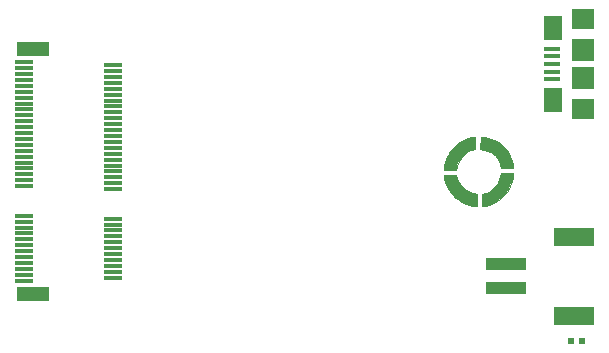
<source format=gbr>
%TF.GenerationSoftware,KiCad,Pcbnew,(7.0.0-0)*%
%TF.CreationDate,2023-03-31T14:52:11+11:00*%
%TF.ProjectId,Notecarrier-B,4e6f7465-6361-4727-9269-65722d422e6b,A*%
%TF.SameCoordinates,Original*%
%TF.FileFunction,Paste,Top*%
%TF.FilePolarity,Positive*%
%FSLAX46Y46*%
G04 Gerber Fmt 4.6, Leading zero omitted, Abs format (unit mm)*
G04 Created by KiCad (PCBNEW (7.0.0-0)) date 2023-03-31 14:52:11*
%MOMM*%
%LPD*%
G01*
G04 APERTURE LIST*
%ADD10C,0.050000*%
%ADD11R,1.550000X0.300000*%
%ADD12R,2.750000X1.200000*%
%ADD13R,3.500000X1.000000*%
%ADD14R,3.400000X1.500000*%
%ADD15R,0.500000X0.600000*%
%ADD16R,1.350000X0.400000*%
%ADD17R,1.900000X1.800000*%
%ADD18R,1.600000X2.100000*%
%ADD19R,1.900000X1.900000*%
G04 APERTURE END LIST*
%TO.C,OBJ1*%
G36*
X135430000Y-75280000D02*
G01*
X135100000Y-75350000D01*
X134840000Y-75450000D01*
X134550000Y-75640000D01*
X134350000Y-75810000D01*
X134210000Y-75960000D01*
X134090000Y-76140000D01*
X133930000Y-76430000D01*
X133850000Y-76700000D01*
X133800000Y-77010000D01*
X132750000Y-77000000D01*
X132760000Y-76860000D01*
X132780000Y-76670000D01*
X132840000Y-76360000D01*
X132920000Y-76150000D01*
X133030000Y-75880000D01*
X133160000Y-75630000D01*
X133320000Y-75390000D01*
X133480000Y-75200000D01*
X133700000Y-74970000D01*
X133900000Y-74800000D01*
X134150000Y-74630000D01*
X134450000Y-74470000D01*
X134810000Y-74330000D01*
X135130000Y-74260000D01*
X135420000Y-74220000D01*
X135430000Y-75280000D01*
G37*
D10*
X135430000Y-75280000D02*
X135100000Y-75350000D01*
X134840000Y-75450000D01*
X134550000Y-75640000D01*
X134350000Y-75810000D01*
X134210000Y-75960000D01*
X134090000Y-76140000D01*
X133930000Y-76430000D01*
X133850000Y-76700000D01*
X133800000Y-77010000D01*
X132750000Y-77000000D01*
X132760000Y-76860000D01*
X132780000Y-76670000D01*
X132840000Y-76360000D01*
X132920000Y-76150000D01*
X133030000Y-75880000D01*
X133160000Y-75630000D01*
X133320000Y-75390000D01*
X133480000Y-75200000D01*
X133700000Y-74970000D01*
X133900000Y-74800000D01*
X134150000Y-74630000D01*
X134450000Y-74470000D01*
X134810000Y-74330000D01*
X135130000Y-74260000D01*
X135420000Y-74220000D01*
X135430000Y-75280000D01*
G36*
X133890000Y-77730000D02*
G01*
X133990000Y-77990000D01*
X134180000Y-78280000D01*
X134350000Y-78480000D01*
X134500000Y-78620000D01*
X134680000Y-78740000D01*
X134970000Y-78900000D01*
X135240000Y-78980000D01*
X135550000Y-79030000D01*
X135540000Y-80080000D01*
X135400000Y-80070000D01*
X135210000Y-80050000D01*
X134900000Y-79990000D01*
X134690000Y-79910000D01*
X134420000Y-79800000D01*
X134170000Y-79670000D01*
X133930000Y-79510000D01*
X133740000Y-79350000D01*
X133510000Y-79130000D01*
X133340000Y-78930000D01*
X133170000Y-78680000D01*
X133010000Y-78380000D01*
X132870000Y-78020000D01*
X132800000Y-77700000D01*
X132760000Y-77410000D01*
X133820000Y-77400000D01*
X133890000Y-77730000D01*
G37*
X133890000Y-77730000D02*
X133990000Y-77990000D01*
X134180000Y-78280000D01*
X134350000Y-78480000D01*
X134500000Y-78620000D01*
X134680000Y-78740000D01*
X134970000Y-78900000D01*
X135240000Y-78980000D01*
X135550000Y-79030000D01*
X135540000Y-80080000D01*
X135400000Y-80070000D01*
X135210000Y-80050000D01*
X134900000Y-79990000D01*
X134690000Y-79910000D01*
X134420000Y-79800000D01*
X134170000Y-79670000D01*
X133930000Y-79510000D01*
X133740000Y-79350000D01*
X133510000Y-79130000D01*
X133340000Y-78930000D01*
X133170000Y-78680000D01*
X133010000Y-78380000D01*
X132870000Y-78020000D01*
X132800000Y-77700000D01*
X132760000Y-77410000D01*
X133820000Y-77400000D01*
X133890000Y-77730000D01*
G36*
X136010000Y-74200000D02*
G01*
X136200000Y-74220000D01*
X136510000Y-74280000D01*
X136720000Y-74360000D01*
X136990000Y-74470000D01*
X137240000Y-74600000D01*
X137480000Y-74760000D01*
X137670000Y-74920000D01*
X137900000Y-75140000D01*
X138070000Y-75340000D01*
X138240000Y-75590000D01*
X138400000Y-75890000D01*
X138540000Y-76250000D01*
X138610000Y-76570000D01*
X138650000Y-76860000D01*
X137590000Y-76870000D01*
X137520000Y-76540000D01*
X137420000Y-76280000D01*
X137230000Y-75990000D01*
X137060000Y-75790000D01*
X136910000Y-75650000D01*
X136730000Y-75530000D01*
X136440000Y-75370000D01*
X136170000Y-75290000D01*
X135860000Y-75240000D01*
X135870000Y-74190000D01*
X136010000Y-74200000D01*
G37*
X136010000Y-74200000D02*
X136200000Y-74220000D01*
X136510000Y-74280000D01*
X136720000Y-74360000D01*
X136990000Y-74470000D01*
X137240000Y-74600000D01*
X137480000Y-74760000D01*
X137670000Y-74920000D01*
X137900000Y-75140000D01*
X138070000Y-75340000D01*
X138240000Y-75590000D01*
X138400000Y-75890000D01*
X138540000Y-76250000D01*
X138610000Y-76570000D01*
X138650000Y-76860000D01*
X137590000Y-76870000D01*
X137520000Y-76540000D01*
X137420000Y-76280000D01*
X137230000Y-75990000D01*
X137060000Y-75790000D01*
X136910000Y-75650000D01*
X136730000Y-75530000D01*
X136440000Y-75370000D01*
X136170000Y-75290000D01*
X135860000Y-75240000D01*
X135870000Y-74190000D01*
X136010000Y-74200000D01*
G36*
X138650000Y-77290000D02*
G01*
X138640000Y-77430000D01*
X138620000Y-77620000D01*
X138560000Y-77930000D01*
X138480000Y-78140000D01*
X138370000Y-78410000D01*
X138240000Y-78660000D01*
X138080000Y-78900000D01*
X137920000Y-79090000D01*
X137700000Y-79320000D01*
X137500000Y-79490000D01*
X137250000Y-79660000D01*
X136950000Y-79820000D01*
X136590000Y-79960000D01*
X136270000Y-80030000D01*
X135980000Y-80070000D01*
X135970000Y-79010000D01*
X136300000Y-78940000D01*
X136560000Y-78840000D01*
X136850000Y-78650000D01*
X137050000Y-78480000D01*
X137190000Y-78330000D01*
X137310000Y-78150000D01*
X137470000Y-77860000D01*
X137550000Y-77590000D01*
X137600000Y-77280000D01*
X138650000Y-77290000D01*
G37*
X138650000Y-77290000D02*
X138640000Y-77430000D01*
X138620000Y-77620000D01*
X138560000Y-77930000D01*
X138480000Y-78140000D01*
X138370000Y-78410000D01*
X138240000Y-78660000D01*
X138080000Y-78900000D01*
X137920000Y-79090000D01*
X137700000Y-79320000D01*
X137500000Y-79490000D01*
X137250000Y-79660000D01*
X136950000Y-79820000D01*
X136590000Y-79960000D01*
X136270000Y-80030000D01*
X135980000Y-80070000D01*
X135970000Y-79010000D01*
X136300000Y-78940000D01*
X136560000Y-78840000D01*
X136850000Y-78650000D01*
X137050000Y-78480000D01*
X137190000Y-78330000D01*
X137310000Y-78150000D01*
X137470000Y-77860000D01*
X137550000Y-77590000D01*
X137600000Y-77280000D01*
X138650000Y-77290000D01*
%TD*%
D11*
%TO.C,J20*%
X97184999Y-86389999D03*
X104734999Y-86139999D03*
X97184999Y-85889999D03*
X104734999Y-85639999D03*
X97184999Y-85389999D03*
X104734999Y-85139999D03*
X97184999Y-84889999D03*
X104734999Y-84639999D03*
X97184999Y-84389999D03*
X104734999Y-84139999D03*
X97184999Y-83889999D03*
X104734999Y-83639999D03*
X97184999Y-83389999D03*
X104734999Y-83139999D03*
X97184999Y-82889999D03*
X104734999Y-82639999D03*
X97184999Y-82389999D03*
X104734999Y-82139999D03*
X97184999Y-81889999D03*
X104734999Y-81639999D03*
X97184999Y-81389999D03*
X104734999Y-81139999D03*
X97184999Y-80889999D03*
X104734999Y-78639999D03*
X97184999Y-78389999D03*
X104734999Y-78139999D03*
X97184999Y-77889999D03*
X104734999Y-77639999D03*
X97184999Y-77389999D03*
X104734999Y-77139999D03*
X97184999Y-76889999D03*
X104734999Y-76639999D03*
X97184999Y-76389999D03*
X104734999Y-76139999D03*
X97184999Y-75889999D03*
X104734999Y-75639999D03*
X97184999Y-75389999D03*
X104734999Y-75139999D03*
X97184999Y-74889999D03*
X104734999Y-74639999D03*
X97184999Y-74389999D03*
X104734999Y-74139999D03*
X97184999Y-73889999D03*
X104734999Y-73639999D03*
X97184999Y-73389999D03*
X104734999Y-73139999D03*
X97184999Y-72889999D03*
X104734999Y-72639999D03*
X97184999Y-72389999D03*
X104734999Y-72139999D03*
X97184999Y-71889999D03*
X104734999Y-71639999D03*
X97184999Y-71389999D03*
X104734999Y-71139999D03*
X97184999Y-70889999D03*
X104734999Y-70639999D03*
X97184999Y-70389999D03*
X104734999Y-70139999D03*
X97184999Y-69889999D03*
X104734999Y-69639999D03*
X97184999Y-69389999D03*
X104734999Y-69139999D03*
X97184999Y-68889999D03*
X104734999Y-68639999D03*
X97184999Y-68389999D03*
X104734999Y-68139999D03*
X97184999Y-67889999D03*
D12*
X97959999Y-87489999D03*
X97959999Y-66789999D03*
%TD*%
D13*
%TO.C,J23*%
X138005799Y-87013399D03*
X138005799Y-85013399D03*
D14*
X143755799Y-89363399D03*
X143755799Y-82663399D03*
%TD*%
D15*
%TO.C,LD1*%
X143549999Y-91499999D03*
X144449999Y-91499999D03*
%TD*%
D16*
%TO.C,J19*%
X141884999Y-69339999D03*
X141884999Y-68689999D03*
X141884999Y-68039999D03*
X141884999Y-67389999D03*
X141884999Y-66739999D03*
D17*
X144559999Y-71839999D03*
D18*
X142009999Y-71089999D03*
D19*
X144559999Y-69239999D03*
X144559999Y-66839999D03*
D18*
X142009999Y-64989999D03*
D17*
X144559999Y-64239999D03*
%TD*%
M02*

</source>
